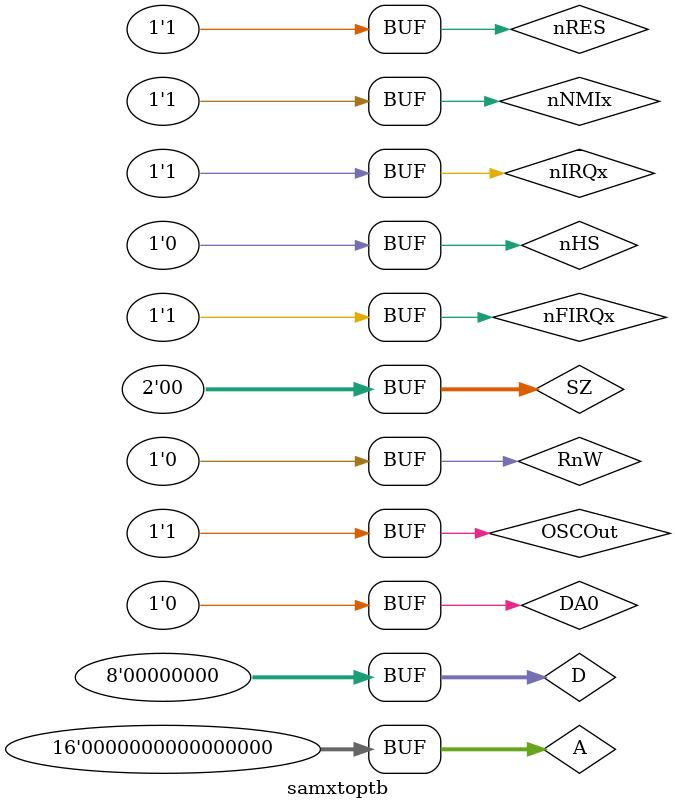
<source format=v>
`timescale 1ns / 1ps


module samxtoptb;

	// Inputs
	reg [15:0] A;
	reg [7:0] D;
	reg [1:0] SZ;
	reg DA0;
	reg nRES;
	reg OSCOut;
	reg RnW;
	reg nHS;
	reg nNMIx;
	reg nIRQx;
	reg nFIRQx;

	// Outputs
	wire [21:0] Z;
	wire [2:0] S;
	wire VClk;
	wire Q;
	wire E;
	wire nWE;
	wire nRAS0;
	wire nNMI;
	wire nIRQ;
	wire nFIRQ;

	// Instantiate the Unit Under Test (UUT)
	samxtop uut (
		.Z(Z), 
		.S(S), 
		.A(A), 
		.D(D), 
		.SZ(SZ), 
		.DA0(DA0), 
		.nRES(nRES), 
		.VClk(VClk), 
		.OSCOut(OSCOut), 
		.Q(Q), 
		.E(E), 
		.RnW(RnW), 
		.nWE(nWE), 
		.nRAS0(nRAS0), 
		.nHS(nHS), 
		.nNMI(nNMI), 
		.nNMIx(nNMIx), 
		.nIRQ(nIRQ), 
		.nIRQx(nIRQx), 
		.nFIRQ(nFIRQ), 
		.nFIRQx(nFIRQx)
	);

	initial begin
		// Initialize Inputs
		A = 0;
		D = 0;
		SZ = 0;
		DA0 = 0;
		OSCOut = 0;
		RnW = 0;
		nHS = 0;
		nNMIx = 1;
		nIRQx = 1;
		nFIRQx = 1;

		// Wait 100 ns for global reset to finish
		nRES = 0;
		#100;
      nRES = 1;
		// Add stimulus here

	end
	
	always begin
		OSCOut = 0;
		#2;
		OSCOut = 1;
		#2;
	end
      
endmodule


</source>
